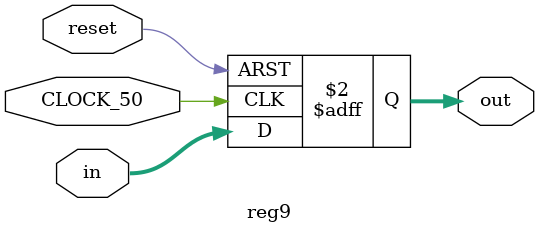
<source format=sv>
module reg9( CLOCK_50, in, out, reset);

input CLOCK_50;
input logic [8:0] in;
input logic reset;
output logic [8:0] out;


always_ff @( posedge CLOCK_50, posedge reset) begin

if (reset)
out<= 0;

else
out<= in;


end 


endmodule
</source>
